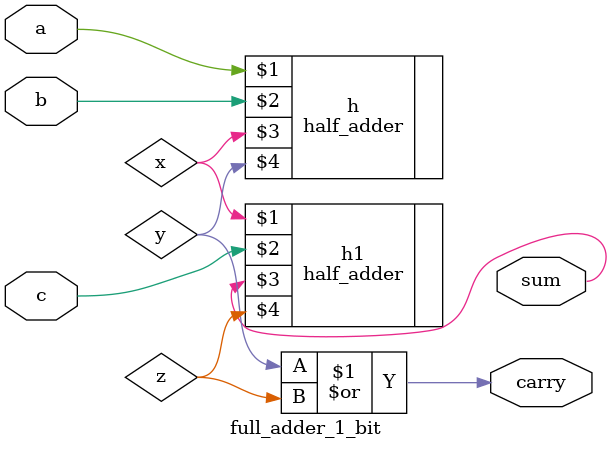
<source format=v>
module full_adder_1_bit(input a, input b, input c, output sum ,output carry);
wire x,y,z;
half_adder h(a,b,x,y);
half_adder h1(x,c,sum, z);
assign carry = y | z;
endmodule

</source>
